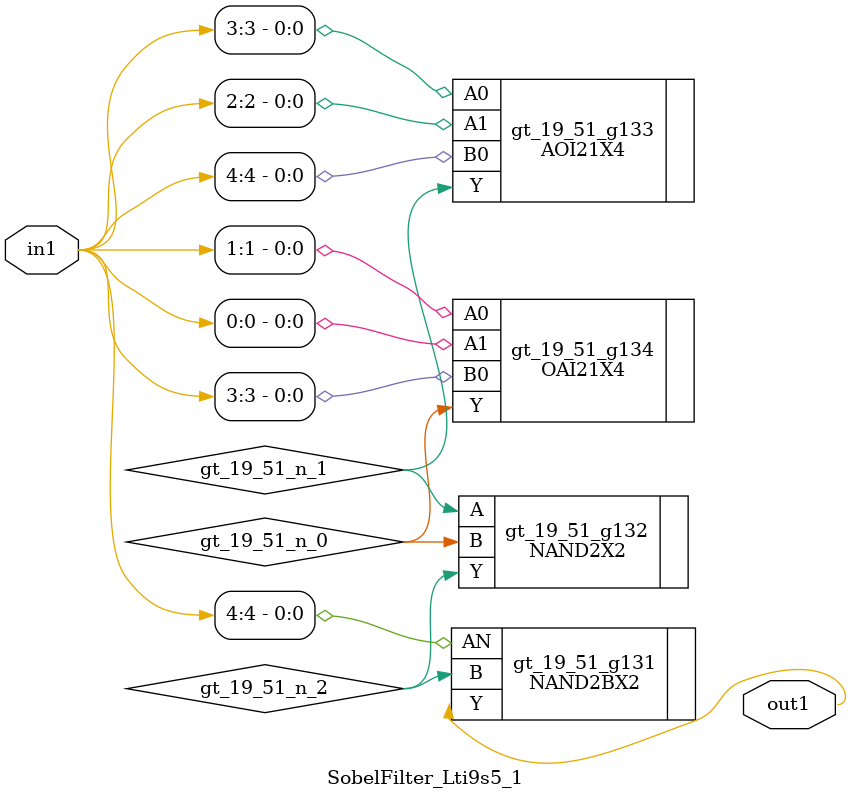
<source format=v>
`timescale 1ps / 1ps


module SobelFilter_Lti9s5_1(in1, out1);
  input [4:0] in1;
  output out1;
  wire [4:0] in1;
  wire out1;
  wire gt_19_51_n_0, gt_19_51_n_1, gt_19_51_n_2;
  NAND2BX2 gt_19_51_g131(.AN (in1[4]), .B (gt_19_51_n_2), .Y (out1));
  NAND2X2 gt_19_51_g132(.A (gt_19_51_n_1), .B (gt_19_51_n_0), .Y
       (gt_19_51_n_2));
  AOI21X4 gt_19_51_g133(.A0 (in1[3]), .A1 (in1[2]), .B0 (in1[4]), .Y
       (gt_19_51_n_1));
  OAI21X4 gt_19_51_g134(.A0 (in1[1]), .A1 (in1[0]), .B0 (in1[3]), .Y
       (gt_19_51_n_0));
endmodule


</source>
